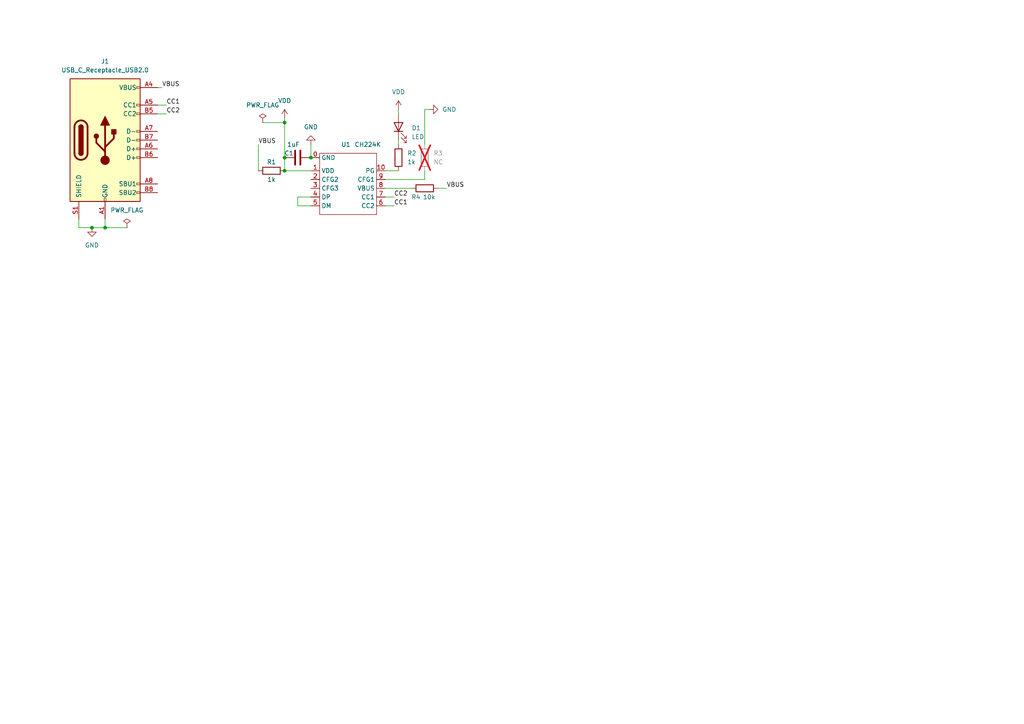
<source format=kicad_sch>
(kicad_sch (version 20230121) (generator eeschema)
  (paper "A4")
  (lib_symbols
    (symbol "Connector:USB_C_Receptacle_USB2.0" (pin_names (offset 1.016))
      (property "Reference" "J" (at -10.16 19.05 0))
      (property "Value" "USB_C_Receptacle_USB2.0" (at 19.05 19.05 0))
      (symbol "USB_C_Receptacle_USB2.0_0_0"
        (rectangle (start -0.254 -17.78) (end 0.254 -16.764))
        (rectangle (start 10.16 -14.986) (end 9.144 -15.494))
        (rectangle (start 10.16 -12.446) (end 9.144 -12.954))
        (rectangle (start 10.16 -4.826) (end 9.144 -5.334))
        (rectangle (start 10.16 -2.286) (end 9.144 -2.794))
        (rectangle (start 10.16 0.254) (end 9.144 -0.254))
        (rectangle (start 10.16 2.794) (end 9.144 2.286))
        (rectangle (start 10.16 7.874) (end 9.144 7.366))
        (rectangle (start 10.16 10.414) (end 9.144 9.906))
        (rectangle (start 10.16 15.494) (end 9.144 14.986))
      )
      (symbol "USB_C_Receptacle_USB2.0_0_1"
        (rectangle (start -10.16 17.78) (end 10.16 -17.78) (stroke (width 0.254)) (fill (type background)))
        (arc (start -8.89 -3.81) (mid -6.985 -5.7067) (end -5.08 -3.81) (stroke (width 0.508)))
        (arc (start -7.62 -3.81) (mid -6.985 -4.4423) (end -6.35 -3.81) (stroke (width 0.254)))
        (arc (start -7.62 -3.81) (mid -6.985 -4.4423) (end -6.35 -3.81) (stroke (width 0.254)) (fill (type outline)))
        (rectangle (start -7.62 -3.81) (end -6.35 3.81) (stroke (width 0.254)) (fill (type outline)))
        (arc (start -6.35 3.81) (mid -6.985 4.4423) (end -7.62 3.81) (stroke (width 0.254)))
        (arc (start -6.35 3.81) (mid -6.985 4.4423) (end -7.62 3.81) (stroke (width 0.254)) (fill (type outline)))
        (arc (start -5.08 3.81) (mid -6.985 5.7067) (end -8.89 3.81) (stroke (width 0.508)))
        (circle (center -2.54 1.143) (radius 0.635) (stroke (width 0.254)) (fill (type outline)))
        (circle (center 0 -5.842) (radius 1.27) (fill (type outline)))
        (polyline (pts (xy -8.89 -3.81) (xy -8.89 3.81)) (stroke (width 0.508)))
        (polyline (pts (xy -5.08 3.81) (xy -5.08 -3.81)) (stroke (width 0.508)))
        (polyline (pts (xy 0 -5.842) (xy 0 4.318)) (stroke (width 0.508)))
        (polyline (pts (xy 0 -3.302) (xy -2.54 -0.762) (xy -2.54 0.508)) (stroke (width 0.508)))
        (polyline (pts (xy 0 -2.032) (xy 2.54 0.508) (xy 2.54 1.778)) (stroke (width 0.508)))
        (polyline (pts (xy -1.27 4.318) (xy 0 6.858) (xy 1.27 4.318) (xy -1.27 4.318)) (stroke (width 0.254)) (fill (type outline)))
        (rectangle (start 1.905 1.778) (end 3.175 3.048) (stroke (width 0.254)) (fill (type outline)))
      )
      (symbol "USB_C_Receptacle_USB2.0_1_1"
        (pin passive line (at 0 -22.86 90) (length 5.08) (name "GND") (number "A1"))
        (pin passive line (at 0 -22.86 90) (length 5.08) hide (name "GND") (number "A12"))
        (pin passive line (at 15.24 15.24 180) (length 5.08) (name "VBUS") (number "A4"))
        (pin bidirectional line (at 15.24 10.16 180) (length 5.08) (name "CC1") (number "A5"))
        (pin bidirectional line (at 15.24 -2.54 180) (length 5.08) (name "D+") (number "A6"))
        (pin bidirectional line (at 15.24 2.54 180) (length 5.08) (name "D-") (number "A7"))
        (pin bidirectional line (at 15.24 -12.7 180) (length 5.08) (name "SBU1") (number "A8"))
        (pin passive line (at 15.24 15.24 180) (length 5.08) hide (name "VBUS") (number "A9"))
        (pin passive line (at 0 -22.86 90) (length 5.08) hide (name "GND") (number "B1"))
        (pin passive line (at 0 -22.86 90) (length 5.08) hide (name "GND") (number "B12"))
        (pin passive line (at 15.24 15.24 180) (length 5.08) hide (name "VBUS") (number "B4"))
        (pin bidirectional line (at 15.24 7.62 180) (length 5.08) (name "CC2") (number "B5"))
        (pin bidirectional line (at 15.24 -5.08 180) (length 5.08) (name "D+") (number "B6"))
        (pin bidirectional line (at 15.24 0 180) (length 5.08) (name "D-") (number "B7"))
        (pin bidirectional line (at 15.24 -15.24 180) (length 5.08) (name "SBU2") (number "B8"))
        (pin passive line (at 15.24 15.24 180) (length 5.08) hide (name "VBUS") (number "B9"))
        (pin passive line (at -7.62 -22.86 90) (length 5.08) (name "SHIELD") (number "S1"))
      )
    )
    (symbol "Device:C" (pin_numbers hide) (pin_names (offset 0.254))
      (property "Reference" "C" (at 0.635 2.54 0))
      (property "Value" "C" (at 0.635 -2.54 0))
      (symbol "C_0_1"
        (polyline (pts (xy -2.032 -0.762) (xy 2.032 -0.762)) (stroke (width 0.508)))
        (polyline (pts (xy -2.032 0.762) (xy 2.032 0.762)) (stroke (width 0.508)))
      )
      (symbol "C_1_1"
        (pin passive line (at 0 3.81 270) (length 2.794) (name "~") (number "1"))
        (pin passive line (at 0 -3.81 90) (length 2.794) (name "~") (number "2"))
      )
    )
    (symbol "Device:LED" (pin_numbers hide) (pin_names (offset 1.016) hide)
      (property "Reference" "D" (at 0 2.54 0))
      (property "Value" "LED" (at 0 -2.54 0))
      (symbol "LED_0_1"
        (polyline (pts (xy -1.27 -1.27) (xy -1.27 1.27)) (stroke (width 0.254)))
        (polyline (pts (xy -1.27 0) (xy 1.27 0)))
        (polyline (pts (xy 1.27 -1.27) (xy 1.27 1.27) (xy -1.27 0) (xy 1.27 -1.27)) (stroke (width 0.254)))
        (polyline (pts (xy -3.048 -0.762) (xy -4.572 -2.286) (xy -3.81 -2.286) (xy -4.572 -2.286) (xy -4.572 -1.524)))
        (polyline (pts (xy -1.778 -0.762) (xy -3.302 -2.286) (xy -2.54 -2.286) (xy -3.302 -2.286) (xy -3.302 -1.524)))
      )
      (symbol "LED_1_1"
        (pin passive line (at -3.81 0 0) (length 2.54) (name "K") (number "1"))
        (pin passive line (at 3.81 0 180) (length 2.54) (name "A") (number "2"))
      )
    )
    (symbol "Device:R" (pin_numbers hide) (pin_names (offset 0))
      (property "Reference" "R" (at 2.032 0 90))
      (property "Value" "R" (at 0 0 90))
      (symbol "R_0_1"
        (rectangle (start -1.016 -2.54) (end 1.016 2.54) (stroke (width 0.254)))
      )
      (symbol "R_1_1"
        (pin passive line (at 0 3.81 270) (length 1.27) (name "~") (number "1"))
        (pin passive line (at 0 -3.81 90) (length 1.27) (name "~") (number "2"))
      )
    )
    (symbol "WCH:CH224K"
      (property "Reference" "U" (at -1.27 1.27 0))
      (symbol "CH224K_0_1"
        (rectangle (start 0 0) (end 16.51 -17.78))
      )
      (symbol "CH224K_1_1"
        (pin power_in line (at -2.54 -1.27 0) (length 2.54) (name "GND") (number "0"))
        (pin power_in line (at -2.54 -5.08 0) (length 2.54) (name "VDD") (number "1"))
        (pin output line (at 19.05 -5.08 180) (length 2.54) (name "PG") (number "10"))
        (pin input line (at -2.54 -7.62 0) (length 2.54) (name "CFG2") (number "2"))
        (pin input line (at -2.54 -10.16 0) (length 2.54) (name "CFG3") (number "3"))
        (pin bidirectional line (at -2.54 -12.7 0) (length 2.54) (name "DP") (number "4"))
        (pin bidirectional line (at -2.54 -15.24 0) (length 2.54) (name "DM") (number "5"))
        (pin bidirectional line (at 19.05 -15.24 180) (length 2.54) (name "CC2") (number "6"))
        (pin bidirectional line (at 19.05 -12.7 180) (length 2.54) (name "CC1") (number "7"))
        (pin input line (at 19.05 -10.16 180) (length 2.54) (name "VBUS") (number "8"))
        (pin input line (at 19.05 -7.62 180) (length 2.54) (name "CFG1") (number "9"))
      )
    )
    (symbol "power:GND" (power) (pin_names (offset 0))
      (property "Value" "GND" (at 0 -3.81 0))
      (symbol "GND_0_1"
        (polyline (pts (xy 0 0) (xy 0 -1.27) (xy 1.27 -1.27) (xy 0 -2.54) (xy -1.27 -1.27) (xy 0 -1.27)))
      )
      (symbol "GND_1_1"
        (pin power_in line (at 0 0 270) (length 0) hide (name "GND") (number "1"))
      )
    )
    (symbol "power:PWR_FLAG" (power) (pin_numbers hide) (pin_names (offset 0) hide)
      (property "Value" "PWR_FLAG" (at 0 3.81 0))
      (symbol "PWR_FLAG_0_0"
        (pin power_out line (at 0 0 90) (length 0) (name "pwr") (number "1"))
      )
      (symbol "PWR_FLAG_0_1"
        (polyline (pts (xy 0 0) (xy 0 1.27) (xy -1.016 1.905) (xy 0 2.54) (xy 1.016 1.905) (xy 0 1.27)))
      )
    )
    (symbol "power:VDD" (power) (pin_names (offset 0))
      (property "Value" "VDD" (at 0 3.81 0))
      (symbol "VDD_0_1"
        (polyline (pts (xy -0.762 1.27) (xy 0 2.54)))
        (polyline (pts (xy 0 0) (xy 0 2.54)))
        (polyline (pts (xy 0 2.54) (xy 0.762 1.27)))
      )
      (symbol "VDD_1_1"
        (pin power_in line (at 0 0 90) (length 0) hide (name "VDD") (number "1"))
      )
    )
  )
  (junction (at 82.55 49.53))
  (junction (at 82.55 45.72))
  (junction (at 90.17 45.72))
  (junction (at 30.48 66.04))
  (junction (at 82.55 35.56))
  (junction (at 26.67 66.04))
  (wire (pts (xy 124.46 31.75) (xy 123.19 31.75)))
  (wire (pts (xy 111.76 59.69) (xy 114.3 59.69)))
  (wire (pts (xy 30.48 63.5) (xy 30.48 66.04)))
  (wire (pts (xy 127 54.61) (xy 129.54 54.61)))
  (wire (pts (xy 82.55 45.72) (xy 82.55 49.53)))
  (wire (pts (xy 115.57 31.75) (xy 115.57 33.02)))
  (wire (pts (xy 22.86 63.5) (xy 22.86 66.04)))
  (wire (pts (xy 22.86 66.04) (xy 26.67 66.04)))
  (wire (pts (xy 45.72 33.02) (xy 48.26 33.02)))
  (wire (pts (xy 45.72 25.4) (xy 46.99 25.4)))
  (wire (pts (xy 76.2 35.56) (xy 82.55 35.56)))
  (wire (pts (xy 90.17 41.91) (xy 90.17 45.72)))
  (wire (pts (xy 111.76 57.15) (xy 114.3 57.15)))
  (wire (pts (xy 86.36 57.15) (xy 86.36 59.69)))
  (wire (pts (xy 82.55 35.56) (xy 82.55 45.72)))
  (wire (pts (xy 82.55 49.53) (xy 90.17 49.53)))
  (wire (pts (xy 123.19 52.07) (xy 123.19 49.53)))
  (wire (pts (xy 111.76 54.61) (xy 119.38 54.61)))
  (wire (pts (xy 115.57 40.64) (xy 115.57 41.91)))
  (wire (pts (xy 74.93 41.91) (xy 74.93 49.53)))
  (wire (pts (xy 111.76 52.07) (xy 123.19 52.07)))
  (wire (pts (xy 86.36 57.15) (xy 90.17 57.15)))
  (wire (pts (xy 26.67 66.04) (xy 30.48 66.04)))
  (wire (pts (xy 111.76 49.53) (xy 115.57 49.53)))
  (wire (pts (xy 86.36 59.69) (xy 90.17 59.69)))
  (wire (pts (xy 36.83 66.04) (xy 30.48 66.04)))
  (wire (pts (xy 123.19 31.75) (xy 123.19 41.91)))
  (wire (pts (xy 82.55 34.29) (xy 82.55 35.56)))
  (wire (pts (xy 45.72 30.48) (xy 48.26 30.48)))
  (label "VBUS" (at 74.93 41.91 0))
  (label "CC2" (at 114.3 57.15 0))
  (label "CC1" (at 114.3 59.69 0))
  (label "VBUS" (at 129.54 54.61 0))
  (label "CC2" (at 48.26 33.02 0))
  (label "CC1" (at 48.26 30.48 0))
  (label "VBUS" (at 46.99 25.4 0))
  (symbol (lib_id "Connector:USB_C_Receptacle_USB2.0") (at 30.48 40.64 0) (unit 1)
    (property "Reference" "J1" (at 30.48 17.78 0))
    (property "Value" "USB_C_Receptacle_USB2.0" (at 30.48 20.32 0))
    (property "Footprint" "Connector_USB:USB_C_Receptacle_HRO_TYPE-C-31-M-12" (effects hide))
    (property "Datasheet" "https://www.usb.org/sites/default/files/documents/usb_type-c.zip" (effects hide))
  )
  (symbol (lib_id "Device:R") (at 123.19 45.72 0) (unit 1) (in_bom no) (dnp yes)
    (property "Reference" "R3" (at 125.73 44.45 0) (effects (justify left)))
    (property "Value" "NC" (at 125.73 46.99 0) (effects (justify left)))
    (property "Footprint" "Resistor_SMD:R_0805_2012Metric" (effects hide))
  )
  (symbol (lib_id "power:PWR_FLAG") (at 36.83 66.04 0) (unit 1)
    (property "Reference" "#FLG01" (effects hide))
    (property "Value" "PWR_FLAG" (at 36.83 60.96 0))
  )
  (symbol (lib_id "WCH:CH224K") (at 92.71 44.45 0) (unit 1)
    (property "Reference" "U1" (at 100.33 41.91 0))
    (property "Value" "CH224K" (at 106.68 41.91 0))
    (property "Footprint" "WCH:ESSOP-10_L4.9-W3.9-P1.0-LS6.0-TL-EP" (effects hide))
  )
  (symbol (lib_id "Device:LED") (at 115.57 36.83 90) (unit 1)
    (property "Reference" "D1" (at 119.38 37.1475 90) (effects (justify right)))
    (property "Value" "LED" (at 119.38 39.6875 90) (effects (justify right)))
    (property "Footprint" "LED_SMD:LED_0805_2012Metric" (effects hide))
  )
  (symbol (lib_id "Device:R") (at 115.57 45.72 180) (unit 1)
    (property "Reference" "R2" (at 118.11 44.45 0) (effects (justify right)))
    (property "Value" "1k" (at 118.11 46.99 0) (effects (justify right)))
    (property "Footprint" "Resistor_SMD:R_0805_2012Metric" (effects hide))
  )
  (symbol (lib_id "Device:R") (at 123.19 54.61 90) (unit 1)
    (property "Reference" "R4" (at 120.65 57.15 90))
    (property "Value" "10k" (at 124.46 57.15 90))
    (property "Footprint" "Resistor_SMD:R_0805_2012Metric" (effects hide))
  )
  (symbol (lib_id "Device:C") (at 86.36 45.72 90) (unit 1)
    (property "Reference" "C1" (at 83.82 44.45 90))
    (property "Value" "1uF" (at 85.09 41.91 90))
    (property "Footprint" "Capacitor_SMD:C_0805_2012Metric" (effects hide))
  )
  (symbol (lib_id "power:GND") (at 26.67 66.04 0) (unit 1)
    (property "Reference" "#PWR01" (effects hide))
    (property "Value" "GND" (at 26.67 71.12 0))
  )
  (symbol (lib_id "power:PWR_FLAG") (at 76.2 35.56 0) (unit 1)
    (property "Reference" "#FLG03" (effects hide))
    (property "Value" "PWR_FLAG" (at 76.2 30.48 0))
  )
  (symbol (lib_id "Device:R") (at 78.74 49.53 90) (unit 1)
    (property "Reference" "R1" (at 78.74 46.99 90))
    (property "Value" "1k" (at 78.74 52.07 90))
    (property "Footprint" "Resistor_SMD:R_1210_3225Metric" (effects hide))
  )
  (symbol (lib_id "power:VDD") (at 82.55 34.29 0) (unit 1)
    (property "Reference" "#PWR02" (effects hide))
    (property "Value" "VDD" (at 82.55 29.21 0))
  )
  (symbol (lib_id "power:GND") (at 90.17 41.91 180) (unit 1)
    (property "Reference" "#PWR05" (effects hide))
    (property "Value" "GND" (at 90.17 36.83 0))
  )
  (symbol (lib_id "power:GND") (at 124.46 31.75 90) (unit 1)
    (property "Reference" "#PWR03" (effects hide))
    (property "Value" "GND" (at 128.27 31.75 90) (effects (justify right)))
  )
  (symbol (lib_id "power:VDD") (at 115.57 31.75 0) (unit 1)
    (property "Reference" "#PWR04" (effects hide))
    (property "Value" "VDD" (at 115.57 26.67 0))
  )
)
</source>
